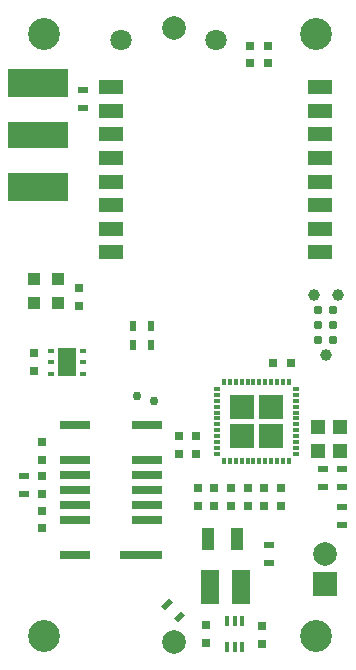
<source format=gts>
G04 #@! TF.FileFunction,Soldermask,Top*
%FSLAX46Y46*%
G04 Gerber Fmt 4.6, Leading zero omitted, Abs format (unit mm)*
G04 Created by KiCad (PCBNEW (2016-05-05 BZR 6775)-product) date Monday, 20 June 2016 'amt' 00:23:14*
%MOMM*%
%LPD*%
G01*
G04 APERTURE LIST*
%ADD10C,0.100000*%
%ADD11R,2.600000X0.700000*%
%ADD12R,2.600000X0.800000*%
%ADD13R,3.600000X0.800000*%
%ADD14C,2.000000*%
%ADD15R,0.900000X0.500000*%
%ADD16C,1.800000*%
%ADD17R,2.000000X1.200000*%
%ADD18R,0.750000X0.800000*%
%ADD19R,1.500000X3.000000*%
%ADD20R,0.400000X0.900000*%
%ADD21R,0.800000X0.750000*%
%ADD22R,2.000000X2.000000*%
%ADD23R,1.198880X1.198880*%
%ADD24C,0.787000*%
%ADD25C,1.000000*%
%ADD26R,0.500000X0.900000*%
%ADD27C,0.750000*%
%ADD28R,1.100000X1.900000*%
%ADD29R,0.300000X0.550000*%
%ADD30R,0.550000X0.300000*%
%ADD31R,2.002000X2.002000*%
%ADD32C,2.700000*%
%ADD33R,5.080000X2.286000*%
%ADD34R,5.080000X2.413000*%
%ADD35R,1.000000X1.000000*%
%ADD36R,0.600000X0.400000*%
%ADD37R,1.500000X2.400000*%
G04 APERTURE END LIST*
D10*
D11*
X123650000Y-130140000D03*
X117550000Y-130140000D03*
X117550000Y-128870000D03*
X117550000Y-127600000D03*
X117550000Y-126330000D03*
X117550000Y-125060000D03*
X123650000Y-128870000D03*
X123650000Y-127600000D03*
X123650000Y-126330000D03*
X123650000Y-125060000D03*
D12*
X117550000Y-133100000D03*
X117550000Y-122100000D03*
D13*
X123150000Y-133100000D03*
D12*
X123650000Y-122100000D03*
D14*
X126000000Y-140500000D03*
X126000000Y-88500000D03*
D15*
X118300000Y-93750000D03*
X118300000Y-95250000D03*
D16*
X116100000Y-97500000D03*
D17*
X120650000Y-93500000D03*
X138350000Y-107500000D03*
X138350000Y-105500000D03*
X138350000Y-103500000D03*
X138350000Y-101500000D03*
X138350000Y-99500000D03*
X138350000Y-97500000D03*
X138350000Y-95500000D03*
X138350000Y-93500000D03*
X120650000Y-95500000D03*
X120650000Y-97500000D03*
X120650000Y-99500000D03*
X120650000Y-101500000D03*
X120650000Y-103500000D03*
X120650000Y-105500000D03*
X120650000Y-107500000D03*
D15*
X140200000Y-130550000D03*
X140200000Y-129050000D03*
D18*
X133400000Y-139150000D03*
X133400000Y-140650000D03*
D15*
X134050000Y-133750000D03*
X134050000Y-132250000D03*
D19*
X129050000Y-135800000D03*
X131650000Y-135800000D03*
D20*
X130450000Y-138700000D03*
X131100000Y-138700000D03*
X131750000Y-138700000D03*
X130450000Y-140900000D03*
X131100000Y-140900000D03*
X131750000Y-140900000D03*
D21*
X133950000Y-90000000D03*
X132450000Y-90000000D03*
X133950000Y-91500000D03*
X132450000Y-91500000D03*
D22*
X138800000Y-135540000D03*
D14*
X138800000Y-133000000D03*
D16*
X121500000Y-89500000D03*
X129500000Y-89500000D03*
D23*
X140025000Y-122250980D03*
X140025000Y-124349020D03*
D15*
X140200000Y-125850000D03*
X140200000Y-127350000D03*
X138600000Y-125850000D03*
X138600000Y-127350000D03*
D18*
X128700000Y-139050000D03*
X128700000Y-140550000D03*
D10*
G36*
X126925305Y-138188909D02*
X126288909Y-138825305D01*
X125935355Y-138471751D01*
X126571751Y-137835355D01*
X126925305Y-138188909D01*
X126925305Y-138188909D01*
G37*
G36*
X125864645Y-137128249D02*
X125228249Y-137764645D01*
X124874695Y-137411091D01*
X125511091Y-136774695D01*
X125864645Y-137128249D01*
X125864645Y-137128249D01*
G37*
D23*
X138125000Y-122250980D03*
X138125000Y-124349020D03*
D18*
X130800000Y-127450000D03*
X130800000Y-128950000D03*
X129400000Y-127450000D03*
X129400000Y-128950000D03*
X132200000Y-127450000D03*
X132200000Y-128950000D03*
D21*
X135850000Y-116850000D03*
X134350000Y-116850000D03*
D18*
X135000000Y-127450000D03*
X135000000Y-128950000D03*
X133600000Y-127450000D03*
X133600000Y-128950000D03*
X114100000Y-117500000D03*
X114100000Y-116000000D03*
X127825000Y-124550000D03*
X127825000Y-123050000D03*
X126400000Y-124550000D03*
X126400000Y-123050000D03*
X117900000Y-110550000D03*
X117900000Y-112050000D03*
D24*
X139470000Y-114870000D03*
X138200000Y-114870000D03*
X139470000Y-113600000D03*
X138200000Y-113600000D03*
X139470000Y-112330000D03*
X138200000Y-112330000D03*
D25*
X138835000Y-116140000D03*
X139851000Y-111060000D03*
X137819000Y-111060000D03*
D26*
X122500000Y-115350000D03*
X124000000Y-115350000D03*
X124000000Y-113750000D03*
X122500000Y-113750000D03*
D27*
X124300000Y-120050000D03*
X122800000Y-119650000D03*
D28*
X131350000Y-131800000D03*
X128850000Y-131800000D03*
D29*
X130200000Y-125175000D03*
X130700000Y-125175000D03*
X131200000Y-125175000D03*
X131700000Y-125175000D03*
X132200000Y-125175000D03*
X132700000Y-125175000D03*
X133200000Y-125175000D03*
X133700000Y-125175000D03*
X134200000Y-125175000D03*
X134700000Y-125175000D03*
X135200000Y-125175000D03*
X135700000Y-125175000D03*
D30*
X136325000Y-124550000D03*
X136325000Y-124050000D03*
X136325000Y-123550000D03*
X136325000Y-123050000D03*
X136325000Y-122550000D03*
X136325000Y-122050000D03*
X136325000Y-121550000D03*
X136325000Y-121050000D03*
X136325000Y-120550000D03*
X136325000Y-120050000D03*
X136325000Y-119550000D03*
X136325000Y-119050000D03*
D29*
X135700000Y-118425000D03*
X135200000Y-118425000D03*
X134700000Y-118425000D03*
X134200000Y-118425000D03*
X133700000Y-118425000D03*
X133200000Y-118425000D03*
X132700000Y-118425000D03*
X132200000Y-118425000D03*
X131700000Y-118425000D03*
X131200000Y-118425000D03*
X130700000Y-118425000D03*
X130200000Y-118425000D03*
D30*
X129575000Y-119050000D03*
X129575000Y-119550000D03*
X129575000Y-120050000D03*
X129575000Y-120550000D03*
X129575000Y-121050000D03*
X129575000Y-121550000D03*
X129575000Y-122050000D03*
X129575000Y-122550000D03*
X129575000Y-123050000D03*
X129575000Y-123550000D03*
X129575000Y-124050000D03*
X129575000Y-124550000D03*
D31*
X131700000Y-123050000D03*
X134200000Y-123050000D03*
X131700000Y-120550000D03*
X134200000Y-120550000D03*
D32*
X115000000Y-89000000D03*
X138000000Y-89000000D03*
X115000000Y-140000000D03*
X138000000Y-140000000D03*
D18*
X128000000Y-127450000D03*
X128000000Y-128950000D03*
D15*
X113250000Y-127950000D03*
X113250000Y-126450000D03*
D18*
X114800000Y-126450000D03*
X114800000Y-127950000D03*
X114800000Y-129350000D03*
X114800000Y-130850000D03*
X114800000Y-125050000D03*
X114800000Y-123550000D03*
D33*
X114500000Y-97550000D03*
D34*
X114500000Y-101931500D03*
X114500000Y-93168500D03*
D35*
X116150000Y-109750000D03*
X114150000Y-109750000D03*
X116150000Y-111750000D03*
X114150000Y-111750000D03*
D36*
X118250000Y-117800000D03*
X118250000Y-116800000D03*
X118250000Y-115800000D03*
X115550000Y-117800000D03*
X115550000Y-116800000D03*
X115550000Y-115800000D03*
D37*
X116900000Y-116800000D03*
M02*

</source>
